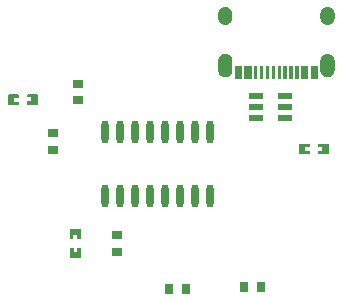
<source format=gtp>
G04 Layer: TopPasteMaskLayer*
G04 EasyEDA Pro v2.2.43.4, 2025-11-30 18:35:17*
G04 Gerber Generator version 0.3*
G04 Scale: 100 percent, Rotated: No, Reflected: No*
G04 Dimensions in millimeters*
G04 Leading zeros omitted, absolute positions, 4 integers and 5 decimals*
G04 Generated by custom config*
%FSLAX45Y45*%
%MOMM*%
%ADD10R,0.9X0.8*%
%ADD11R,1.2X0.55001*%
%ADD12O,0.60201X1.97099*%
%ADD13R,0.8X0.9*%
%ADD14C,0.8036*%
G75*


G04 PolygonModel Start*
G36*
G01X3334898Y-1759499D02*
G01X3414898Y-1759499D01*
G01X3419899Y-1754497D01*
G01X3419899Y-1731701D01*
G01X3382899Y-1731701D01*
G01X3382899Y-1698701D01*
G01X3419899Y-1698701D01*
G01X3419899Y-1674498D01*
G01X3414898Y-1669499D01*
G01X3334898Y-1669499D01*
G01X3329899Y-1674498D01*
G01X3329899Y-1754497D01*
G01X3334898Y-1759499D01*
G37*
G36*
G01X3573902Y-1669501D02*
G01X3493902Y-1669501D01*
G01X3488901Y-1674503D01*
G01X3488901Y-1697299D01*
G01X3525901Y-1697299D01*
G01X3525901Y-1730299D01*
G01X3488901Y-1730299D01*
G01X3488901Y-1754502D01*
G01X3493902Y-1759501D01*
G01X3573902Y-1759501D01*
G01X3578901Y-1754502D01*
G01X3578901Y-1674503D01*
G01X3573902Y-1669501D01*
G37*
G36*
G01X871098Y-1340399D02*
G01X951098Y-1340399D01*
G01X956099Y-1335397D01*
G01X956099Y-1312601D01*
G01X919099Y-1312601D01*
G01X919099Y-1279601D01*
G01X956099Y-1279601D01*
G01X956099Y-1255398D01*
G01X951098Y-1250399D01*
G01X871098Y-1250399D01*
G01X866099Y-1255398D01*
G01X866099Y-1335397D01*
G01X871098Y-1340399D01*
G37*
G36*
G01X1110102Y-1250401D02*
G01X1030102Y-1250401D01*
G01X1025101Y-1255403D01*
G01X1025101Y-1278199D01*
G01X1062101Y-1278199D01*
G01X1062101Y-1311199D01*
G01X1025101Y-1311199D01*
G01X1025101Y-1335402D01*
G01X1030102Y-1340401D01*
G01X1110102Y-1340401D01*
G01X1115101Y-1335402D01*
G01X1115101Y-1255403D01*
G01X1110102Y-1250401D01*
G37*
G36*
G01X1480099Y-2634102D02*
G01X1480099Y-2554102D01*
G01X1475097Y-2549101D01*
G01X1452301Y-2549101D01*
G01X1452301Y-2586101D01*
G01X1419301Y-2586101D01*
G01X1419301Y-2549101D01*
G01X1395098Y-2549101D01*
G01X1390099Y-2554102D01*
G01X1390099Y-2634102D01*
G01X1395098Y-2639101D01*
G01X1475097Y-2639101D01*
G01X1480099Y-2634102D01*
G37*
G36*
G01X1390101Y-2395098D02*
G01X1390101Y-2475098D01*
G01X1395103Y-2480099D01*
G01X1417899Y-2480099D01*
G01X1417899Y-2443099D01*
G01X1450899Y-2443099D01*
G01X1450899Y-2480099D01*
G01X1475102Y-2480099D01*
G01X1480101Y-2475098D01*
G01X1480101Y-2395098D01*
G01X1475102Y-2390099D01*
G01X1395103Y-2390099D01*
G01X1390101Y-2395098D01*
G37*
G36*
G01X2996893Y-1008004D02*
G01X2996893Y-1118004D01*
G01X3026895Y-1118004D01*
G01X3026895Y-1008004D01*
G01X2996893Y-1008004D01*
G37*
G36*
G01X2976883Y-1118004D02*
G01X2976883Y-1008004D01*
G01X2946880Y-1008004D01*
G01X2946880Y-1118004D01*
G01X2976883Y-1118004D01*
G37*
G36*
G01X3486902Y-1118004D02*
G01X3486902Y-1008004D01*
G01X3426902Y-1008004D01*
G01X3426902Y-1118004D01*
G01X3486902Y-1118004D01*
G37*
G36*
G01X3046905Y-1008004D02*
G01X3046905Y-1118004D01*
G01X3076908Y-1118004D01*
G01X3076908Y-1008004D01*
G01X3046905Y-1008004D01*
G37*
G36*
G01X2926883Y-1118004D02*
G01X2926883Y-1008004D01*
G01X2866883Y-1008004D01*
G01X2866883Y-1118004D01*
G01X2926883Y-1118004D01*
G37*
G36*
G01X2786898Y-1008004D02*
G01X2786898Y-1118004D01*
G01X2846898Y-1118004D01*
G01X2846898Y-1008004D01*
G01X2786898Y-1008004D01*
G37*
G36*
G01X3096892Y-1008004D02*
G01X3096892Y-1118004D01*
G01X3126895Y-1118004D01*
G01X3126895Y-1008004D01*
G01X3096892Y-1008004D01*
G37*
G36*
G01X3146905Y-1008004D02*
G01X3146905Y-1118004D01*
G01X3176908Y-1118004D01*
G01X3176908Y-1008004D01*
G01X3146905Y-1008004D01*
G37*
G36*
G01X3406892Y-1118004D02*
G01X3406892Y-1008004D01*
G01X3346892Y-1008004D01*
G01X3346892Y-1118004D01*
G01X3406892Y-1118004D01*
G37*
G36*
G01X3196892Y-1008004D02*
G01X3196892Y-1118004D01*
G01X3226895Y-1118004D01*
G01X3226895Y-1008004D01*
G01X3196892Y-1008004D01*
G37*
G36*
G01X3246879Y-1008004D02*
G01X3246879Y-1118004D01*
G01X3276882Y-1118004D01*
G01X3276882Y-1008004D01*
G01X3246879Y-1008004D01*
G37*
G36*
G01X3296892Y-1008004D02*
G01X3296892Y-1118004D01*
G01X3326895Y-1118004D01*
G01X3326895Y-1008004D01*
G01X3296892Y-1008004D01*
G37*
G36*
G01X2699918Y-1107844D02*
G01X2702905Y-1107994D01*
G01X2705898Y-1107994D01*
G01X2708885Y-1107844D01*
G01X2711861Y-1107547D01*
G01X2714821Y-1107100D01*
G01X2717752Y-1106508D01*
G01X2720652Y-1105769D01*
G01X2723510Y-1104887D01*
G01X2726322Y-1103864D01*
G01X2729078Y-1102703D01*
G01X2731775Y-1101405D01*
G01X2734401Y-1099972D01*
G01X2736954Y-1098413D01*
G01X2739426Y-1096729D01*
G01X2741811Y-1094920D01*
G01X2744102Y-1092998D01*
G01X2746296Y-1090963D01*
G01X2748384Y-1088822D01*
G01X2750365Y-1086579D01*
G01X2752230Y-1084240D01*
G01X2753975Y-1081811D01*
G01X2755598Y-1079297D01*
G01X2757094Y-1076706D01*
G01X2758460Y-1074044D01*
G01X2759690Y-1071319D01*
G01X2760782Y-1068532D01*
G01X2761737Y-1065698D01*
G01X2762547Y-1062817D01*
G01X2763213Y-1059901D01*
G01X2763731Y-1056955D01*
G01X2764104Y-1053986D01*
G01X2764328Y-1051001D01*
G01X2764401Y-1048012D01*
G01X2764401Y-968012D01*
G01X2764328Y-965022D01*
G01X2764104Y-962038D01*
G01X2763731Y-959068D01*
G01X2763213Y-956122D01*
G01X2762547Y-953206D01*
G01X2761737Y-950326D01*
G01X2760782Y-947491D01*
G01X2759690Y-944705D01*
G01X2758460Y-941979D01*
G01X2757094Y-939317D01*
G01X2755598Y-936727D01*
G01X2753975Y-934212D01*
G01X2752230Y-931784D01*
G01X2750365Y-929444D01*
G01X2748384Y-927202D01*
G01X2746296Y-925060D01*
G01X2744102Y-923026D01*
G01X2741811Y-921103D01*
G01X2739426Y-919295D01*
G01X2736954Y-917611D01*
G01X2734401Y-916051D01*
G01X2731775Y-914618D01*
G01X2729078Y-913320D01*
G01X2726322Y-912160D01*
G01X2723510Y-911136D01*
G01X2720652Y-910255D01*
G01X2717752Y-909516D01*
G01X2714821Y-908924D01*
G01X2711861Y-908477D01*
G01X2708885Y-908180D01*
G01X2705898Y-908030D01*
G01X2702905Y-908030D01*
G01X2699918Y-908180D01*
G01X2696942Y-908477D01*
G01X2693982Y-908924D01*
G01X2691051Y-909516D01*
G01X2688151Y-910255D01*
G01X2685293Y-911136D01*
G01X2682481Y-912160D01*
G01X2679725Y-913320D01*
G01X2677028Y-914618D01*
G01X2674402Y-916051D01*
G01X2671849Y-917611D01*
G01X2669377Y-919295D01*
G01X2666992Y-921103D01*
G01X2664701Y-923026D01*
G01X2662507Y-925060D01*
G01X2660419Y-927202D01*
G01X2658438Y-929444D01*
G01X2656573Y-931784D01*
G01X2654828Y-934212D01*
G01X2653205Y-936727D01*
G01X2651709Y-939317D01*
G01X2650343Y-941979D01*
G01X2649113Y-944705D01*
G01X2648021Y-947491D01*
G01X2647066Y-950326D01*
G01X2646256Y-953206D01*
G01X2645590Y-956122D01*
G01X2645072Y-959068D01*
G01X2644699Y-962038D01*
G01X2644475Y-965022D01*
G01X2644402Y-968012D01*
G01X2644402Y-1048012D01*
G01X2644475Y-1051001D01*
G01X2644699Y-1053986D01*
G01X2645072Y-1056955D01*
G01X2645590Y-1059901D01*
G01X2646256Y-1062817D01*
G01X2647066Y-1065698D01*
G01X2648021Y-1068532D01*
G01X2649113Y-1071319D01*
G01X2650343Y-1074044D01*
G01X2651709Y-1076706D01*
G01X2653205Y-1079297D01*
G01X2654828Y-1081811D01*
G01X2656573Y-1084240D01*
G01X2658438Y-1086579D01*
G01X2660419Y-1088822D01*
G01X2662507Y-1090963D01*
G01X2664701Y-1092998D01*
G01X2666992Y-1094920D01*
G01X2669377Y-1096729D01*
G01X2671849Y-1098413D01*
G01X2674402Y-1099972D01*
G01X2677028Y-1101405D01*
G01X2679725Y-1102703D01*
G01X2682481Y-1103864D01*
G01X2685293Y-1104887D01*
G01X2688151Y-1105769D01*
G01X2691051Y-1106508D01*
G01X2693982Y-1107100D01*
G01X2696942Y-1107547D01*
G01X2699918Y-1107844D01*
G37*
G36*
G01X3570895Y-1107994D02*
G01X3573882Y-1107844D01*
G01X3576858Y-1107547D01*
G01X3579818Y-1107100D01*
G01X3582749Y-1106508D01*
G01X3585649Y-1105769D01*
G01X3588507Y-1104887D01*
G01X3591319Y-1103864D01*
G01X3594075Y-1102703D01*
G01X3596772Y-1101405D01*
G01X3599398Y-1099972D01*
G01X3601951Y-1098413D01*
G01X3604423Y-1096729D01*
G01X3606808Y-1094920D01*
G01X3609099Y-1092998D01*
G01X3611293Y-1090963D01*
G01X3613381Y-1088822D01*
G01X3615362Y-1086579D01*
G01X3617227Y-1084240D01*
G01X3618972Y-1081811D01*
G01X3620595Y-1079297D01*
G01X3622091Y-1076706D01*
G01X3623457Y-1074044D01*
G01X3624687Y-1071319D01*
G01X3625779Y-1068532D01*
G01X3626734Y-1065698D01*
G01X3627544Y-1062817D01*
G01X3628210Y-1059901D01*
G01X3628728Y-1056955D01*
G01X3629101Y-1053986D01*
G01X3629325Y-1051001D01*
G01X3629398Y-1048012D01*
G01X3629398Y-968012D01*
G01X3629325Y-965022D01*
G01X3629101Y-962038D01*
G01X3628728Y-959068D01*
G01X3628210Y-956122D01*
G01X3627544Y-953206D01*
G01X3626734Y-950326D01*
G01X3625779Y-947491D01*
G01X3624687Y-944705D01*
G01X3623457Y-941979D01*
G01X3622091Y-939317D01*
G01X3620595Y-936727D01*
G01X3618972Y-934212D01*
G01X3617227Y-931784D01*
G01X3615362Y-929444D01*
G01X3613381Y-927202D01*
G01X3611293Y-925060D01*
G01X3609099Y-923026D01*
G01X3606808Y-921103D01*
G01X3604423Y-919295D01*
G01X3601951Y-917611D01*
G01X3599398Y-916051D01*
G01X3596772Y-914618D01*
G01X3594075Y-913320D01*
G01X3591319Y-912160D01*
G01X3588507Y-911136D01*
G01X3585649Y-910255D01*
G01X3582749Y-909516D01*
G01X3579818Y-908924D01*
G01X3576858Y-908477D01*
G01X3573882Y-908180D01*
G01X3570895Y-908030D01*
G01X3567902Y-908030D01*
G01X3564915Y-908180D01*
G01X3561939Y-908477D01*
G01X3558979Y-908924D01*
G01X3556048Y-909516D01*
G01X3553148Y-910255D01*
G01X3550290Y-911136D01*
G01X3547478Y-912160D01*
G01X3544722Y-913320D01*
G01X3542025Y-914618D01*
G01X3539399Y-916051D01*
G01X3536846Y-917611D01*
G01X3534374Y-919295D01*
G01X3531989Y-921103D01*
G01X3529698Y-923026D01*
G01X3527504Y-925060D01*
G01X3525416Y-927202D01*
G01X3523435Y-929444D01*
G01X3521570Y-931784D01*
G01X3519825Y-934212D01*
G01X3518202Y-936727D01*
G01X3516706Y-939317D01*
G01X3515340Y-941979D01*
G01X3514110Y-944705D01*
G01X3513018Y-947491D01*
G01X3512063Y-950326D01*
G01X3511253Y-953206D01*
G01X3510587Y-956122D01*
G01X3510069Y-959068D01*
G01X3509696Y-962038D01*
G01X3509472Y-965022D01*
G01X3509399Y-968012D01*
G01X3509399Y-1048012D01*
G01X3509472Y-1051001D01*
G01X3509696Y-1053986D01*
G01X3510069Y-1056955D01*
G01X3510587Y-1059901D01*
G01X3511253Y-1062817D01*
G01X3512063Y-1065698D01*
G01X3513018Y-1068532D01*
G01X3514110Y-1071319D01*
G01X3515340Y-1074044D01*
G01X3516706Y-1076706D01*
G01X3518202Y-1079297D01*
G01X3519825Y-1081811D01*
G01X3521570Y-1084240D01*
G01X3523435Y-1086579D01*
G01X3525416Y-1088822D01*
G01X3527504Y-1090963D01*
G01X3529698Y-1092998D01*
G01X3531989Y-1094920D01*
G01X3534374Y-1096729D01*
G01X3536846Y-1098413D01*
G01X3539399Y-1099972D01*
G01X3542025Y-1101405D01*
G01X3544722Y-1102703D01*
G01X3547478Y-1103864D01*
G01X3550290Y-1104887D01*
G01X3553148Y-1105769D01*
G01X3556048Y-1106508D01*
G01X3558979Y-1107100D01*
G01X3561939Y-1107547D01*
G01X3564915Y-1107844D01*
G01X3567902Y-1107994D01*
G01X3570895Y-1107994D01*
G37*
G36*
G01X3564915Y-662828D02*
G01X3567902Y-662978D01*
G01X3570895Y-662978D01*
G01X3573882Y-662828D01*
G01X3576858Y-662531D01*
G01X3579818Y-662084D01*
G01X3582749Y-661492D01*
G01X3585649Y-660753D01*
G01X3588507Y-659872D01*
G01X3591319Y-658848D01*
G01X3594075Y-657687D01*
G01X3596772Y-656389D01*
G01X3599398Y-654957D01*
G01X3601951Y-653397D01*
G01X3604423Y-651713D01*
G01X3606808Y-649905D01*
G01X3609099Y-647982D01*
G01X3611293Y-645947D01*
G01X3613381Y-643806D01*
G01X3615362Y-641563D01*
G01X3617227Y-639224D01*
G01X3618972Y-636796D01*
G01X3620595Y-634281D01*
G01X3622091Y-631690D01*
G01X3623457Y-629028D01*
G01X3624687Y-626303D01*
G01X3625779Y-623517D01*
G01X3626734Y-620682D01*
G01X3627544Y-617802D01*
G01X3628210Y-614886D01*
G01X3628728Y-611939D01*
G01X3629101Y-608970D01*
G01X3629325Y-605986D01*
G01X3629398Y-602996D01*
G01X3629398Y-572996D01*
G01X3629325Y-570006D01*
G01X3629101Y-567022D01*
G01X3628728Y-564053D01*
G01X3628210Y-561106D01*
G01X3627544Y-558190D01*
G01X3626734Y-555310D01*
G01X3625779Y-552475D01*
G01X3624687Y-549689D01*
G01X3623457Y-546964D01*
G01X3622091Y-544302D01*
G01X3620595Y-541711D01*
G01X3618972Y-539196D01*
G01X3617227Y-536768D01*
G01X3615362Y-534429D01*
G01X3613381Y-532186D01*
G01X3611293Y-530045D01*
G01X3609099Y-528010D01*
G01X3606808Y-526087D01*
G01X3604423Y-524279D01*
G01X3601951Y-522595D01*
G01X3599398Y-521035D01*
G01X3596772Y-519603D01*
G01X3594075Y-518305D01*
G01X3591319Y-517144D01*
G01X3588507Y-516120D01*
G01X3585649Y-515239D01*
G01X3582749Y-514500D01*
G01X3579818Y-513908D01*
G01X3576858Y-513461D01*
G01X3573882Y-513164D01*
G01X3570895Y-513014D01*
G01X3567902Y-513014D01*
G01X3564915Y-513164D01*
G01X3561939Y-513461D01*
G01X3558979Y-513908D01*
G01X3556048Y-514500D01*
G01X3553148Y-515239D01*
G01X3550290Y-516120D01*
G01X3547478Y-517144D01*
G01X3544722Y-518305D01*
G01X3542025Y-519603D01*
G01X3539399Y-521035D01*
G01X3536846Y-522595D01*
G01X3534374Y-524279D01*
G01X3531989Y-526087D01*
G01X3529698Y-528010D01*
G01X3527504Y-530045D01*
G01X3525416Y-532186D01*
G01X3523435Y-534429D01*
G01X3521570Y-536768D01*
G01X3519825Y-539196D01*
G01X3518202Y-541711D01*
G01X3516706Y-544302D01*
G01X3515340Y-546964D01*
G01X3514110Y-549689D01*
G01X3513018Y-552475D01*
G01X3512063Y-555310D01*
G01X3511253Y-558190D01*
G01X3510587Y-561106D01*
G01X3510069Y-564053D01*
G01X3509696Y-567022D01*
G01X3509472Y-570006D01*
G01X3509399Y-572996D01*
G01X3509399Y-602996D01*
G01X3509472Y-605986D01*
G01X3509696Y-608970D01*
G01X3510069Y-611939D01*
G01X3510587Y-614886D01*
G01X3511253Y-617802D01*
G01X3512063Y-620682D01*
G01X3513018Y-623517D01*
G01X3514110Y-626303D01*
G01X3515340Y-629028D01*
G01X3516706Y-631690D01*
G01X3518202Y-634281D01*
G01X3519825Y-636796D01*
G01X3521570Y-639224D01*
G01X3523435Y-641563D01*
G01X3525416Y-643806D01*
G01X3527504Y-645947D01*
G01X3529698Y-647982D01*
G01X3531989Y-649905D01*
G01X3534374Y-651713D01*
G01X3536846Y-653397D01*
G01X3539399Y-654957D01*
G01X3542025Y-656389D01*
G01X3544722Y-657687D01*
G01X3547478Y-658848D01*
G01X3550290Y-659872D01*
G01X3553148Y-660753D01*
G01X3556048Y-661492D01*
G01X3558979Y-662084D01*
G01X3561939Y-662531D01*
G01X3564915Y-662828D01*
G37*
G36*
G01X2705898Y-662978D02*
G01X2708885Y-662828D01*
G01X2711861Y-662531D01*
G01X2714821Y-662084D01*
G01X2717752Y-661492D01*
G01X2720652Y-660753D01*
G01X2723510Y-659872D01*
G01X2726322Y-658848D01*
G01X2729078Y-657687D01*
G01X2731775Y-656389D01*
G01X2734401Y-654957D01*
G01X2736954Y-653397D01*
G01X2739426Y-651713D01*
G01X2741811Y-649905D01*
G01X2744102Y-647982D01*
G01X2746296Y-645947D01*
G01X2748384Y-643806D01*
G01X2750365Y-641563D01*
G01X2752230Y-639224D01*
G01X2753975Y-636796D01*
G01X2755598Y-634281D01*
G01X2757094Y-631690D01*
G01X2758460Y-629028D01*
G01X2759690Y-626303D01*
G01X2760782Y-623517D01*
G01X2761737Y-620682D01*
G01X2762547Y-617802D01*
G01X2763213Y-614886D01*
G01X2763731Y-611939D01*
G01X2764104Y-608970D01*
G01X2764328Y-605986D01*
G01X2764401Y-602996D01*
G01X2764401Y-572996D01*
G01X2764328Y-570006D01*
G01X2764104Y-567022D01*
G01X2763731Y-564053D01*
G01X2763213Y-561106D01*
G01X2762547Y-558190D01*
G01X2761737Y-555310D01*
G01X2760782Y-552475D01*
G01X2759690Y-549689D01*
G01X2758460Y-546964D01*
G01X2757094Y-544302D01*
G01X2755598Y-541711D01*
G01X2753975Y-539196D01*
G01X2752230Y-536768D01*
G01X2750365Y-534429D01*
G01X2748384Y-532186D01*
G01X2746296Y-530045D01*
G01X2744102Y-528010D01*
G01X2741811Y-526087D01*
G01X2739426Y-524279D01*
G01X2736954Y-522595D01*
G01X2734401Y-521035D01*
G01X2731775Y-519603D01*
G01X2729078Y-518305D01*
G01X2726322Y-517144D01*
G01X2723510Y-516120D01*
G01X2720652Y-515239D01*
G01X2717752Y-514500D01*
G01X2714821Y-513908D01*
G01X2711861Y-513461D01*
G01X2708885Y-513164D01*
G01X2705898Y-513014D01*
G01X2702905Y-513014D01*
G01X2699918Y-513164D01*
G01X2696942Y-513461D01*
G01X2693982Y-513908D01*
G01X2691051Y-514500D01*
G01X2688151Y-515239D01*
G01X2685293Y-516120D01*
G01X2682481Y-517144D01*
G01X2679725Y-518305D01*
G01X2677028Y-519603D01*
G01X2674402Y-521035D01*
G01X2671849Y-522595D01*
G01X2669377Y-524279D01*
G01X2666992Y-526087D01*
G01X2664701Y-528010D01*
G01X2662507Y-530045D01*
G01X2660419Y-532186D01*
G01X2658438Y-534429D01*
G01X2656573Y-536768D01*
G01X2654828Y-539196D01*
G01X2653205Y-541711D01*
G01X2651709Y-544302D01*
G01X2650343Y-546964D01*
G01X2649113Y-549689D01*
G01X2648021Y-552475D01*
G01X2647066Y-555310D01*
G01X2646256Y-558190D01*
G01X2645590Y-561106D01*
G01X2645072Y-564053D01*
G01X2644699Y-567022D01*
G01X2644475Y-570006D01*
G01X2644402Y-572996D01*
G01X2644402Y-602996D01*
G01X2644475Y-605986D01*
G01X2644699Y-608970D01*
G01X2645072Y-611939D01*
G01X2645590Y-614886D01*
G01X2646256Y-617802D01*
G01X2647066Y-620682D01*
G01X2648021Y-623517D01*
G01X2649113Y-626303D01*
G01X2650343Y-629028D01*
G01X2651709Y-631690D01*
G01X2653205Y-634281D01*
G01X2654828Y-636796D01*
G01X2656573Y-639224D01*
G01X2658438Y-641563D01*
G01X2660419Y-643806D01*
G01X2662507Y-645947D01*
G01X2664701Y-647982D01*
G01X2666992Y-649905D01*
G01X2669377Y-651713D01*
G01X2671849Y-653397D01*
G01X2674402Y-654957D01*
G01X2677028Y-656389D01*
G01X2679725Y-657687D01*
G01X2682481Y-658848D01*
G01X2685293Y-659872D01*
G01X2688151Y-660753D01*
G01X2691051Y-661492D01*
G01X2693982Y-662084D01*
G01X2696942Y-662531D01*
G01X2699918Y-662828D01*
G01X2702905Y-662978D01*
G01X2705898Y-662978D01*
G37*

G04 Pad Start*
G54D10*
G01X1460500Y-1161898D03*
G01X1460500Y-1301902D03*
G01X1790700Y-2444598D03*
G01X1790700Y-2584602D03*
G54D11*
G01X3206090Y-1358900D03*
G01X2966110Y-1263904D03*
G01X2966110Y-1358900D03*
G01X2966110Y-1453896D03*
G01X3206090Y-1453896D03*
G01X3206090Y-1263904D03*
G54D12*
G01X1689100Y-2115058D03*
G01X1816100Y-2115058D03*
G01X1943100Y-2115058D03*
G01X2070100Y-2115058D03*
G01X2197100Y-2115058D03*
G01X2324100Y-2115058D03*
G01X2451100Y-2115058D03*
G01X2578100Y-2115058D03*
G01X1689100Y-1567942D03*
G01X1816100Y-1567942D03*
G01X1943100Y-1567942D03*
G01X2070100Y-1567942D03*
G01X2197100Y-1567942D03*
G01X2324100Y-1567942D03*
G01X2451100Y-1567942D03*
G01X2578100Y-1567942D03*
G54D10*
G01X1244600Y-1580998D03*
G01X1244600Y-1721002D03*
G54D13*
G01X2368702Y-2895600D03*
G01X2228698Y-2895600D03*
G01X2863698Y-2882900D03*
G01X3003702Y-2882900D03*
G04 Pad End*

M02*


</source>
